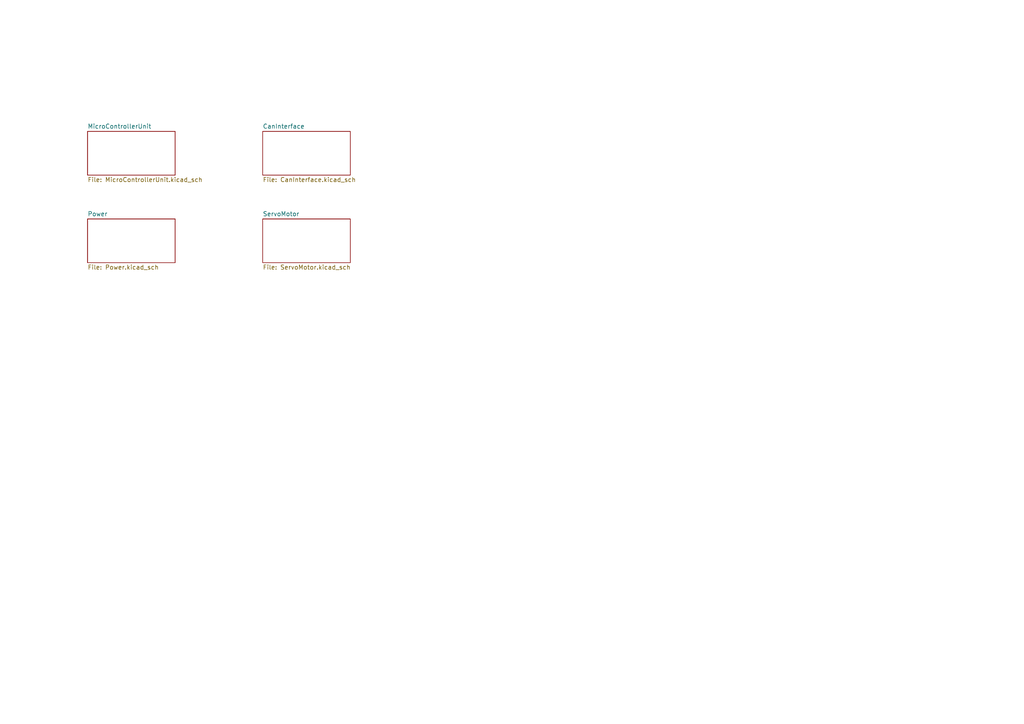
<source format=kicad_sch>
(kicad_sch
	(version 20250114)
	(generator "eeschema")
	(generator_version "9.0")
	(uuid "cd791ee8-0dde-470b-85a8-76474a846dd3")
	(paper "A4")
	(lib_symbols)
	(sheet
		(at 76.2 63.5)
		(size 25.4 12.7)
		(exclude_from_sim no)
		(in_bom yes)
		(on_board yes)
		(dnp no)
		(fields_autoplaced yes)
		(stroke
			(width 0.1524)
			(type solid)
		)
		(fill
			(color 0 0 0 0.0000)
		)
		(uuid "1a4e5e05-0a78-4189-a4ff-f4de07798bc1")
		(property "Sheetname" "ServoMotor"
			(at 76.2 62.7884 0)
			(effects
				(font
					(size 1.27 1.27)
				)
				(justify left bottom)
			)
		)
		(property "Sheetfile" "ServoMotor.kicad_sch"
			(at 76.2 76.7846 0)
			(effects
				(font
					(size 1.27 1.27)
				)
				(justify left top)
			)
		)
		(instances
			(project "ValveControlModule"
				(path "/cd791ee8-0dde-470b-85a8-76474a846dd3"
					(page "5")
				)
			)
		)
	)
	(sheet
		(at 25.4 38.1)
		(size 25.4 12.7)
		(exclude_from_sim no)
		(in_bom yes)
		(on_board yes)
		(dnp no)
		(fields_autoplaced yes)
		(stroke
			(width 0.1524)
			(type solid)
		)
		(fill
			(color 0 0 0 0.0000)
		)
		(uuid "2b0012ce-05fc-4d75-98f5-f0efe3e959c6")
		(property "Sheetname" "MicroControllerUnit"
			(at 25.4 37.3884 0)
			(effects
				(font
					(size 1.27 1.27)
				)
				(justify left bottom)
			)
		)
		(property "Sheetfile" "MicroControllerUnit.kicad_sch"
			(at 25.4 51.3846 0)
			(effects
				(font
					(size 1.27 1.27)
				)
				(justify left top)
			)
		)
		(instances
			(project "ValveControlModule"
				(path "/cd791ee8-0dde-470b-85a8-76474a846dd3"
					(page "2")
				)
			)
		)
	)
	(sheet
		(at 25.4 63.5)
		(size 25.4 12.7)
		(exclude_from_sim no)
		(in_bom yes)
		(on_board yes)
		(dnp no)
		(fields_autoplaced yes)
		(stroke
			(width 0.1524)
			(type solid)
		)
		(fill
			(color 0 0 0 0.0000)
		)
		(uuid "5c0153bc-724d-4d52-ad0e-0ba1914d580f")
		(property "Sheetname" "Power"
			(at 25.4 62.7884 0)
			(effects
				(font
					(size 1.27 1.27)
				)
				(justify left bottom)
			)
		)
		(property "Sheetfile" "Power.kicad_sch"
			(at 25.4 76.7846 0)
			(effects
				(font
					(size 1.27 1.27)
				)
				(justify left top)
			)
		)
		(instances
			(project "ValveControlModule"
				(path "/cd791ee8-0dde-470b-85a8-76474a846dd3"
					(page "4")
				)
			)
		)
	)
	(sheet
		(at 76.2 38.1)
		(size 25.4 12.7)
		(exclude_from_sim no)
		(in_bom yes)
		(on_board yes)
		(dnp no)
		(fields_autoplaced yes)
		(stroke
			(width 0.1524)
			(type solid)
		)
		(fill
			(color 0 0 0 0.0000)
		)
		(uuid "65aae995-e375-4bf9-81ce-caa6c7c47fda")
		(property "Sheetname" "CanInterface"
			(at 76.2 37.3884 0)
			(effects
				(font
					(size 1.27 1.27)
				)
				(justify left bottom)
			)
		)
		(property "Sheetfile" "CanInterface.kicad_sch"
			(at 76.2 51.3846 0)
			(effects
				(font
					(size 1.27 1.27)
				)
				(justify left top)
			)
		)
		(instances
			(project "ValveControlModule"
				(path "/cd791ee8-0dde-470b-85a8-76474a846dd3"
					(page "3")
				)
			)
		)
	)
	(sheet_instances
		(path "/"
			(page "1")
		)
	)
	(embedded_fonts no)
)

</source>
